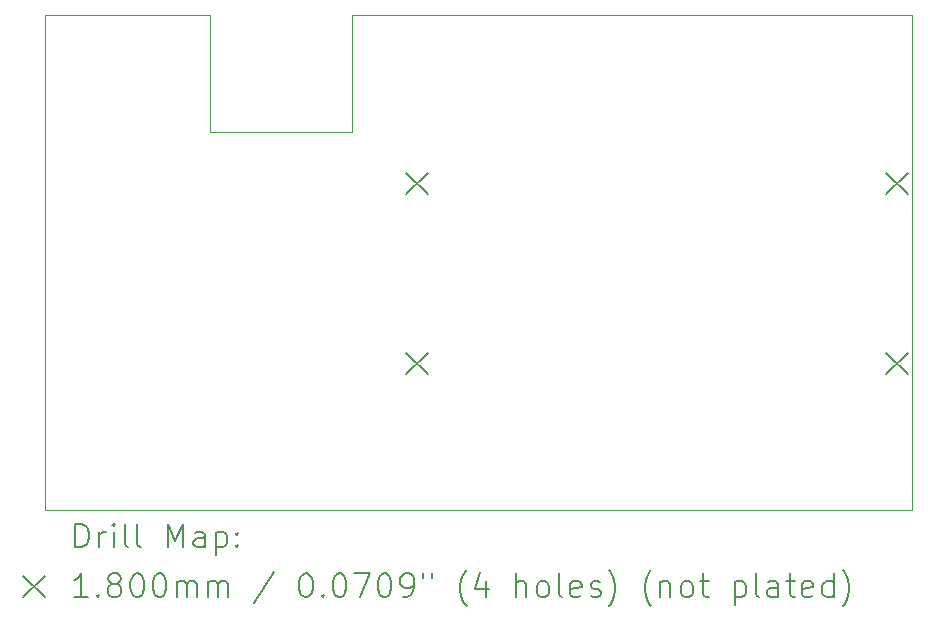
<source format=gbr>
%TF.GenerationSoftware,KiCad,Pcbnew,8.0.7*%
%TF.CreationDate,2025-03-12T01:10:02-04:00*%
%TF.ProjectId,combat-pcb,636f6d62-6174-42d7-9063-622e6b696361,rev?*%
%TF.SameCoordinates,Original*%
%TF.FileFunction,Drillmap*%
%TF.FilePolarity,Positive*%
%FSLAX45Y45*%
G04 Gerber Fmt 4.5, Leading zero omitted, Abs format (unit mm)*
G04 Created by KiCad (PCBNEW 8.0.7) date 2025-03-12 01:10:02*
%MOMM*%
%LPD*%
G01*
G04 APERTURE LIST*
%ADD10C,0.050000*%
%ADD11C,0.200000*%
%ADD12C,0.180000*%
G04 APERTURE END LIST*
D10*
X16738600Y-8102600D02*
X15532100Y-8102600D01*
X21475700Y-11303000D02*
X14135100Y-11303000D01*
X21475700Y-7112000D02*
X16738600Y-7112000D01*
X16738600Y-7112000D02*
X16738600Y-8102600D01*
X14135100Y-7112000D02*
X15532100Y-7112000D01*
X15532100Y-8102600D02*
X15532100Y-7112000D01*
X21475700Y-7112000D02*
X21475700Y-11303000D01*
X14135100Y-11303000D02*
X14135100Y-7112000D01*
D11*
D12*
X17194700Y-8444400D02*
X17374700Y-8624400D01*
X17374700Y-8444400D02*
X17194700Y-8624400D01*
X17194700Y-9968400D02*
X17374700Y-10148400D01*
X17374700Y-9968400D02*
X17194700Y-10148400D01*
X21258700Y-8444400D02*
X21438700Y-8624400D01*
X21438700Y-8444400D02*
X21258700Y-8624400D01*
X21258700Y-9968400D02*
X21438700Y-10148400D01*
X21438700Y-9968400D02*
X21258700Y-10148400D01*
D11*
X14393377Y-11616984D02*
X14393377Y-11416984D01*
X14393377Y-11416984D02*
X14440996Y-11416984D01*
X14440996Y-11416984D02*
X14469567Y-11426508D01*
X14469567Y-11426508D02*
X14488615Y-11445555D01*
X14488615Y-11445555D02*
X14498139Y-11464603D01*
X14498139Y-11464603D02*
X14507662Y-11502698D01*
X14507662Y-11502698D02*
X14507662Y-11531269D01*
X14507662Y-11531269D02*
X14498139Y-11569365D01*
X14498139Y-11569365D02*
X14488615Y-11588412D01*
X14488615Y-11588412D02*
X14469567Y-11607460D01*
X14469567Y-11607460D02*
X14440996Y-11616984D01*
X14440996Y-11616984D02*
X14393377Y-11616984D01*
X14593377Y-11616984D02*
X14593377Y-11483650D01*
X14593377Y-11521746D02*
X14602901Y-11502698D01*
X14602901Y-11502698D02*
X14612424Y-11493174D01*
X14612424Y-11493174D02*
X14631472Y-11483650D01*
X14631472Y-11483650D02*
X14650520Y-11483650D01*
X14717186Y-11616984D02*
X14717186Y-11483650D01*
X14717186Y-11416984D02*
X14707662Y-11426508D01*
X14707662Y-11426508D02*
X14717186Y-11436031D01*
X14717186Y-11436031D02*
X14726710Y-11426508D01*
X14726710Y-11426508D02*
X14717186Y-11416984D01*
X14717186Y-11416984D02*
X14717186Y-11436031D01*
X14840996Y-11616984D02*
X14821948Y-11607460D01*
X14821948Y-11607460D02*
X14812424Y-11588412D01*
X14812424Y-11588412D02*
X14812424Y-11416984D01*
X14945758Y-11616984D02*
X14926710Y-11607460D01*
X14926710Y-11607460D02*
X14917186Y-11588412D01*
X14917186Y-11588412D02*
X14917186Y-11416984D01*
X15174329Y-11616984D02*
X15174329Y-11416984D01*
X15174329Y-11416984D02*
X15240996Y-11559841D01*
X15240996Y-11559841D02*
X15307662Y-11416984D01*
X15307662Y-11416984D02*
X15307662Y-11616984D01*
X15488615Y-11616984D02*
X15488615Y-11512222D01*
X15488615Y-11512222D02*
X15479091Y-11493174D01*
X15479091Y-11493174D02*
X15460043Y-11483650D01*
X15460043Y-11483650D02*
X15421948Y-11483650D01*
X15421948Y-11483650D02*
X15402901Y-11493174D01*
X15488615Y-11607460D02*
X15469567Y-11616984D01*
X15469567Y-11616984D02*
X15421948Y-11616984D01*
X15421948Y-11616984D02*
X15402901Y-11607460D01*
X15402901Y-11607460D02*
X15393377Y-11588412D01*
X15393377Y-11588412D02*
X15393377Y-11569365D01*
X15393377Y-11569365D02*
X15402901Y-11550317D01*
X15402901Y-11550317D02*
X15421948Y-11540793D01*
X15421948Y-11540793D02*
X15469567Y-11540793D01*
X15469567Y-11540793D02*
X15488615Y-11531269D01*
X15583853Y-11483650D02*
X15583853Y-11683650D01*
X15583853Y-11493174D02*
X15602901Y-11483650D01*
X15602901Y-11483650D02*
X15640996Y-11483650D01*
X15640996Y-11483650D02*
X15660043Y-11493174D01*
X15660043Y-11493174D02*
X15669567Y-11502698D01*
X15669567Y-11502698D02*
X15679091Y-11521746D01*
X15679091Y-11521746D02*
X15679091Y-11578888D01*
X15679091Y-11578888D02*
X15669567Y-11597936D01*
X15669567Y-11597936D02*
X15660043Y-11607460D01*
X15660043Y-11607460D02*
X15640996Y-11616984D01*
X15640996Y-11616984D02*
X15602901Y-11616984D01*
X15602901Y-11616984D02*
X15583853Y-11607460D01*
X15764805Y-11597936D02*
X15774329Y-11607460D01*
X15774329Y-11607460D02*
X15764805Y-11616984D01*
X15764805Y-11616984D02*
X15755282Y-11607460D01*
X15755282Y-11607460D02*
X15764805Y-11597936D01*
X15764805Y-11597936D02*
X15764805Y-11616984D01*
X15764805Y-11493174D02*
X15774329Y-11502698D01*
X15774329Y-11502698D02*
X15764805Y-11512222D01*
X15764805Y-11512222D02*
X15755282Y-11502698D01*
X15755282Y-11502698D02*
X15764805Y-11493174D01*
X15764805Y-11493174D02*
X15764805Y-11512222D01*
D12*
X13952600Y-11855500D02*
X14132600Y-12035500D01*
X14132600Y-11855500D02*
X13952600Y-12035500D01*
D11*
X14498139Y-12036984D02*
X14383853Y-12036984D01*
X14440996Y-12036984D02*
X14440996Y-11836984D01*
X14440996Y-11836984D02*
X14421948Y-11865555D01*
X14421948Y-11865555D02*
X14402901Y-11884603D01*
X14402901Y-11884603D02*
X14383853Y-11894127D01*
X14583853Y-12017936D02*
X14593377Y-12027460D01*
X14593377Y-12027460D02*
X14583853Y-12036984D01*
X14583853Y-12036984D02*
X14574329Y-12027460D01*
X14574329Y-12027460D02*
X14583853Y-12017936D01*
X14583853Y-12017936D02*
X14583853Y-12036984D01*
X14707662Y-11922698D02*
X14688615Y-11913174D01*
X14688615Y-11913174D02*
X14679091Y-11903650D01*
X14679091Y-11903650D02*
X14669567Y-11884603D01*
X14669567Y-11884603D02*
X14669567Y-11875079D01*
X14669567Y-11875079D02*
X14679091Y-11856031D01*
X14679091Y-11856031D02*
X14688615Y-11846508D01*
X14688615Y-11846508D02*
X14707662Y-11836984D01*
X14707662Y-11836984D02*
X14745758Y-11836984D01*
X14745758Y-11836984D02*
X14764805Y-11846508D01*
X14764805Y-11846508D02*
X14774329Y-11856031D01*
X14774329Y-11856031D02*
X14783853Y-11875079D01*
X14783853Y-11875079D02*
X14783853Y-11884603D01*
X14783853Y-11884603D02*
X14774329Y-11903650D01*
X14774329Y-11903650D02*
X14764805Y-11913174D01*
X14764805Y-11913174D02*
X14745758Y-11922698D01*
X14745758Y-11922698D02*
X14707662Y-11922698D01*
X14707662Y-11922698D02*
X14688615Y-11932222D01*
X14688615Y-11932222D02*
X14679091Y-11941746D01*
X14679091Y-11941746D02*
X14669567Y-11960793D01*
X14669567Y-11960793D02*
X14669567Y-11998888D01*
X14669567Y-11998888D02*
X14679091Y-12017936D01*
X14679091Y-12017936D02*
X14688615Y-12027460D01*
X14688615Y-12027460D02*
X14707662Y-12036984D01*
X14707662Y-12036984D02*
X14745758Y-12036984D01*
X14745758Y-12036984D02*
X14764805Y-12027460D01*
X14764805Y-12027460D02*
X14774329Y-12017936D01*
X14774329Y-12017936D02*
X14783853Y-11998888D01*
X14783853Y-11998888D02*
X14783853Y-11960793D01*
X14783853Y-11960793D02*
X14774329Y-11941746D01*
X14774329Y-11941746D02*
X14764805Y-11932222D01*
X14764805Y-11932222D02*
X14745758Y-11922698D01*
X14907662Y-11836984D02*
X14926710Y-11836984D01*
X14926710Y-11836984D02*
X14945758Y-11846508D01*
X14945758Y-11846508D02*
X14955282Y-11856031D01*
X14955282Y-11856031D02*
X14964805Y-11875079D01*
X14964805Y-11875079D02*
X14974329Y-11913174D01*
X14974329Y-11913174D02*
X14974329Y-11960793D01*
X14974329Y-11960793D02*
X14964805Y-11998888D01*
X14964805Y-11998888D02*
X14955282Y-12017936D01*
X14955282Y-12017936D02*
X14945758Y-12027460D01*
X14945758Y-12027460D02*
X14926710Y-12036984D01*
X14926710Y-12036984D02*
X14907662Y-12036984D01*
X14907662Y-12036984D02*
X14888615Y-12027460D01*
X14888615Y-12027460D02*
X14879091Y-12017936D01*
X14879091Y-12017936D02*
X14869567Y-11998888D01*
X14869567Y-11998888D02*
X14860043Y-11960793D01*
X14860043Y-11960793D02*
X14860043Y-11913174D01*
X14860043Y-11913174D02*
X14869567Y-11875079D01*
X14869567Y-11875079D02*
X14879091Y-11856031D01*
X14879091Y-11856031D02*
X14888615Y-11846508D01*
X14888615Y-11846508D02*
X14907662Y-11836984D01*
X15098139Y-11836984D02*
X15117186Y-11836984D01*
X15117186Y-11836984D02*
X15136234Y-11846508D01*
X15136234Y-11846508D02*
X15145758Y-11856031D01*
X15145758Y-11856031D02*
X15155282Y-11875079D01*
X15155282Y-11875079D02*
X15164805Y-11913174D01*
X15164805Y-11913174D02*
X15164805Y-11960793D01*
X15164805Y-11960793D02*
X15155282Y-11998888D01*
X15155282Y-11998888D02*
X15145758Y-12017936D01*
X15145758Y-12017936D02*
X15136234Y-12027460D01*
X15136234Y-12027460D02*
X15117186Y-12036984D01*
X15117186Y-12036984D02*
X15098139Y-12036984D01*
X15098139Y-12036984D02*
X15079091Y-12027460D01*
X15079091Y-12027460D02*
X15069567Y-12017936D01*
X15069567Y-12017936D02*
X15060043Y-11998888D01*
X15060043Y-11998888D02*
X15050520Y-11960793D01*
X15050520Y-11960793D02*
X15050520Y-11913174D01*
X15050520Y-11913174D02*
X15060043Y-11875079D01*
X15060043Y-11875079D02*
X15069567Y-11856031D01*
X15069567Y-11856031D02*
X15079091Y-11846508D01*
X15079091Y-11846508D02*
X15098139Y-11836984D01*
X15250520Y-12036984D02*
X15250520Y-11903650D01*
X15250520Y-11922698D02*
X15260043Y-11913174D01*
X15260043Y-11913174D02*
X15279091Y-11903650D01*
X15279091Y-11903650D02*
X15307663Y-11903650D01*
X15307663Y-11903650D02*
X15326710Y-11913174D01*
X15326710Y-11913174D02*
X15336234Y-11932222D01*
X15336234Y-11932222D02*
X15336234Y-12036984D01*
X15336234Y-11932222D02*
X15345758Y-11913174D01*
X15345758Y-11913174D02*
X15364805Y-11903650D01*
X15364805Y-11903650D02*
X15393377Y-11903650D01*
X15393377Y-11903650D02*
X15412424Y-11913174D01*
X15412424Y-11913174D02*
X15421948Y-11932222D01*
X15421948Y-11932222D02*
X15421948Y-12036984D01*
X15517186Y-12036984D02*
X15517186Y-11903650D01*
X15517186Y-11922698D02*
X15526710Y-11913174D01*
X15526710Y-11913174D02*
X15545758Y-11903650D01*
X15545758Y-11903650D02*
X15574329Y-11903650D01*
X15574329Y-11903650D02*
X15593377Y-11913174D01*
X15593377Y-11913174D02*
X15602901Y-11932222D01*
X15602901Y-11932222D02*
X15602901Y-12036984D01*
X15602901Y-11932222D02*
X15612424Y-11913174D01*
X15612424Y-11913174D02*
X15631472Y-11903650D01*
X15631472Y-11903650D02*
X15660043Y-11903650D01*
X15660043Y-11903650D02*
X15679091Y-11913174D01*
X15679091Y-11913174D02*
X15688615Y-11932222D01*
X15688615Y-11932222D02*
X15688615Y-12036984D01*
X16079091Y-11827460D02*
X15907663Y-12084603D01*
X16336234Y-11836984D02*
X16355282Y-11836984D01*
X16355282Y-11836984D02*
X16374329Y-11846508D01*
X16374329Y-11846508D02*
X16383853Y-11856031D01*
X16383853Y-11856031D02*
X16393377Y-11875079D01*
X16393377Y-11875079D02*
X16402901Y-11913174D01*
X16402901Y-11913174D02*
X16402901Y-11960793D01*
X16402901Y-11960793D02*
X16393377Y-11998888D01*
X16393377Y-11998888D02*
X16383853Y-12017936D01*
X16383853Y-12017936D02*
X16374329Y-12027460D01*
X16374329Y-12027460D02*
X16355282Y-12036984D01*
X16355282Y-12036984D02*
X16336234Y-12036984D01*
X16336234Y-12036984D02*
X16317186Y-12027460D01*
X16317186Y-12027460D02*
X16307663Y-12017936D01*
X16307663Y-12017936D02*
X16298139Y-11998888D01*
X16298139Y-11998888D02*
X16288615Y-11960793D01*
X16288615Y-11960793D02*
X16288615Y-11913174D01*
X16288615Y-11913174D02*
X16298139Y-11875079D01*
X16298139Y-11875079D02*
X16307663Y-11856031D01*
X16307663Y-11856031D02*
X16317186Y-11846508D01*
X16317186Y-11846508D02*
X16336234Y-11836984D01*
X16488615Y-12017936D02*
X16498139Y-12027460D01*
X16498139Y-12027460D02*
X16488615Y-12036984D01*
X16488615Y-12036984D02*
X16479091Y-12027460D01*
X16479091Y-12027460D02*
X16488615Y-12017936D01*
X16488615Y-12017936D02*
X16488615Y-12036984D01*
X16621948Y-11836984D02*
X16640996Y-11836984D01*
X16640996Y-11836984D02*
X16660044Y-11846508D01*
X16660044Y-11846508D02*
X16669567Y-11856031D01*
X16669567Y-11856031D02*
X16679091Y-11875079D01*
X16679091Y-11875079D02*
X16688615Y-11913174D01*
X16688615Y-11913174D02*
X16688615Y-11960793D01*
X16688615Y-11960793D02*
X16679091Y-11998888D01*
X16679091Y-11998888D02*
X16669567Y-12017936D01*
X16669567Y-12017936D02*
X16660044Y-12027460D01*
X16660044Y-12027460D02*
X16640996Y-12036984D01*
X16640996Y-12036984D02*
X16621948Y-12036984D01*
X16621948Y-12036984D02*
X16602901Y-12027460D01*
X16602901Y-12027460D02*
X16593377Y-12017936D01*
X16593377Y-12017936D02*
X16583853Y-11998888D01*
X16583853Y-11998888D02*
X16574329Y-11960793D01*
X16574329Y-11960793D02*
X16574329Y-11913174D01*
X16574329Y-11913174D02*
X16583853Y-11875079D01*
X16583853Y-11875079D02*
X16593377Y-11856031D01*
X16593377Y-11856031D02*
X16602901Y-11846508D01*
X16602901Y-11846508D02*
X16621948Y-11836984D01*
X16755282Y-11836984D02*
X16888615Y-11836984D01*
X16888615Y-11836984D02*
X16802901Y-12036984D01*
X17002901Y-11836984D02*
X17021949Y-11836984D01*
X17021949Y-11836984D02*
X17040996Y-11846508D01*
X17040996Y-11846508D02*
X17050520Y-11856031D01*
X17050520Y-11856031D02*
X17060044Y-11875079D01*
X17060044Y-11875079D02*
X17069568Y-11913174D01*
X17069568Y-11913174D02*
X17069568Y-11960793D01*
X17069568Y-11960793D02*
X17060044Y-11998888D01*
X17060044Y-11998888D02*
X17050520Y-12017936D01*
X17050520Y-12017936D02*
X17040996Y-12027460D01*
X17040996Y-12027460D02*
X17021949Y-12036984D01*
X17021949Y-12036984D02*
X17002901Y-12036984D01*
X17002901Y-12036984D02*
X16983853Y-12027460D01*
X16983853Y-12027460D02*
X16974329Y-12017936D01*
X16974329Y-12017936D02*
X16964806Y-11998888D01*
X16964806Y-11998888D02*
X16955282Y-11960793D01*
X16955282Y-11960793D02*
X16955282Y-11913174D01*
X16955282Y-11913174D02*
X16964806Y-11875079D01*
X16964806Y-11875079D02*
X16974329Y-11856031D01*
X16974329Y-11856031D02*
X16983853Y-11846508D01*
X16983853Y-11846508D02*
X17002901Y-11836984D01*
X17164806Y-12036984D02*
X17202901Y-12036984D01*
X17202901Y-12036984D02*
X17221949Y-12027460D01*
X17221949Y-12027460D02*
X17231472Y-12017936D01*
X17231472Y-12017936D02*
X17250520Y-11989365D01*
X17250520Y-11989365D02*
X17260044Y-11951269D01*
X17260044Y-11951269D02*
X17260044Y-11875079D01*
X17260044Y-11875079D02*
X17250520Y-11856031D01*
X17250520Y-11856031D02*
X17240996Y-11846508D01*
X17240996Y-11846508D02*
X17221949Y-11836984D01*
X17221949Y-11836984D02*
X17183853Y-11836984D01*
X17183853Y-11836984D02*
X17164806Y-11846508D01*
X17164806Y-11846508D02*
X17155282Y-11856031D01*
X17155282Y-11856031D02*
X17145758Y-11875079D01*
X17145758Y-11875079D02*
X17145758Y-11922698D01*
X17145758Y-11922698D02*
X17155282Y-11941746D01*
X17155282Y-11941746D02*
X17164806Y-11951269D01*
X17164806Y-11951269D02*
X17183853Y-11960793D01*
X17183853Y-11960793D02*
X17221949Y-11960793D01*
X17221949Y-11960793D02*
X17240996Y-11951269D01*
X17240996Y-11951269D02*
X17250520Y-11941746D01*
X17250520Y-11941746D02*
X17260044Y-11922698D01*
X17336234Y-11836984D02*
X17336234Y-11875079D01*
X17412425Y-11836984D02*
X17412425Y-11875079D01*
X17707663Y-12113174D02*
X17698139Y-12103650D01*
X17698139Y-12103650D02*
X17679091Y-12075079D01*
X17679091Y-12075079D02*
X17669568Y-12056031D01*
X17669568Y-12056031D02*
X17660044Y-12027460D01*
X17660044Y-12027460D02*
X17650520Y-11979841D01*
X17650520Y-11979841D02*
X17650520Y-11941746D01*
X17650520Y-11941746D02*
X17660044Y-11894127D01*
X17660044Y-11894127D02*
X17669568Y-11865555D01*
X17669568Y-11865555D02*
X17679091Y-11846508D01*
X17679091Y-11846508D02*
X17698139Y-11817936D01*
X17698139Y-11817936D02*
X17707663Y-11808412D01*
X17869568Y-11903650D02*
X17869568Y-12036984D01*
X17821949Y-11827460D02*
X17774330Y-11970317D01*
X17774330Y-11970317D02*
X17898139Y-11970317D01*
X18126711Y-12036984D02*
X18126711Y-11836984D01*
X18212425Y-12036984D02*
X18212425Y-11932222D01*
X18212425Y-11932222D02*
X18202901Y-11913174D01*
X18202901Y-11913174D02*
X18183853Y-11903650D01*
X18183853Y-11903650D02*
X18155282Y-11903650D01*
X18155282Y-11903650D02*
X18136234Y-11913174D01*
X18136234Y-11913174D02*
X18126711Y-11922698D01*
X18336234Y-12036984D02*
X18317187Y-12027460D01*
X18317187Y-12027460D02*
X18307663Y-12017936D01*
X18307663Y-12017936D02*
X18298139Y-11998888D01*
X18298139Y-11998888D02*
X18298139Y-11941746D01*
X18298139Y-11941746D02*
X18307663Y-11922698D01*
X18307663Y-11922698D02*
X18317187Y-11913174D01*
X18317187Y-11913174D02*
X18336234Y-11903650D01*
X18336234Y-11903650D02*
X18364806Y-11903650D01*
X18364806Y-11903650D02*
X18383853Y-11913174D01*
X18383853Y-11913174D02*
X18393377Y-11922698D01*
X18393377Y-11922698D02*
X18402901Y-11941746D01*
X18402901Y-11941746D02*
X18402901Y-11998888D01*
X18402901Y-11998888D02*
X18393377Y-12017936D01*
X18393377Y-12017936D02*
X18383853Y-12027460D01*
X18383853Y-12027460D02*
X18364806Y-12036984D01*
X18364806Y-12036984D02*
X18336234Y-12036984D01*
X18517187Y-12036984D02*
X18498139Y-12027460D01*
X18498139Y-12027460D02*
X18488615Y-12008412D01*
X18488615Y-12008412D02*
X18488615Y-11836984D01*
X18669568Y-12027460D02*
X18650520Y-12036984D01*
X18650520Y-12036984D02*
X18612425Y-12036984D01*
X18612425Y-12036984D02*
X18593377Y-12027460D01*
X18593377Y-12027460D02*
X18583853Y-12008412D01*
X18583853Y-12008412D02*
X18583853Y-11932222D01*
X18583853Y-11932222D02*
X18593377Y-11913174D01*
X18593377Y-11913174D02*
X18612425Y-11903650D01*
X18612425Y-11903650D02*
X18650520Y-11903650D01*
X18650520Y-11903650D02*
X18669568Y-11913174D01*
X18669568Y-11913174D02*
X18679092Y-11932222D01*
X18679092Y-11932222D02*
X18679092Y-11951269D01*
X18679092Y-11951269D02*
X18583853Y-11970317D01*
X18755282Y-12027460D02*
X18774330Y-12036984D01*
X18774330Y-12036984D02*
X18812425Y-12036984D01*
X18812425Y-12036984D02*
X18831473Y-12027460D01*
X18831473Y-12027460D02*
X18840996Y-12008412D01*
X18840996Y-12008412D02*
X18840996Y-11998888D01*
X18840996Y-11998888D02*
X18831473Y-11979841D01*
X18831473Y-11979841D02*
X18812425Y-11970317D01*
X18812425Y-11970317D02*
X18783853Y-11970317D01*
X18783853Y-11970317D02*
X18764806Y-11960793D01*
X18764806Y-11960793D02*
X18755282Y-11941746D01*
X18755282Y-11941746D02*
X18755282Y-11932222D01*
X18755282Y-11932222D02*
X18764806Y-11913174D01*
X18764806Y-11913174D02*
X18783853Y-11903650D01*
X18783853Y-11903650D02*
X18812425Y-11903650D01*
X18812425Y-11903650D02*
X18831473Y-11913174D01*
X18907663Y-12113174D02*
X18917187Y-12103650D01*
X18917187Y-12103650D02*
X18936234Y-12075079D01*
X18936234Y-12075079D02*
X18945758Y-12056031D01*
X18945758Y-12056031D02*
X18955282Y-12027460D01*
X18955282Y-12027460D02*
X18964806Y-11979841D01*
X18964806Y-11979841D02*
X18964806Y-11941746D01*
X18964806Y-11941746D02*
X18955282Y-11894127D01*
X18955282Y-11894127D02*
X18945758Y-11865555D01*
X18945758Y-11865555D02*
X18936234Y-11846508D01*
X18936234Y-11846508D02*
X18917187Y-11817936D01*
X18917187Y-11817936D02*
X18907663Y-11808412D01*
X19269568Y-12113174D02*
X19260044Y-12103650D01*
X19260044Y-12103650D02*
X19240996Y-12075079D01*
X19240996Y-12075079D02*
X19231473Y-12056031D01*
X19231473Y-12056031D02*
X19221949Y-12027460D01*
X19221949Y-12027460D02*
X19212425Y-11979841D01*
X19212425Y-11979841D02*
X19212425Y-11941746D01*
X19212425Y-11941746D02*
X19221949Y-11894127D01*
X19221949Y-11894127D02*
X19231473Y-11865555D01*
X19231473Y-11865555D02*
X19240996Y-11846508D01*
X19240996Y-11846508D02*
X19260044Y-11817936D01*
X19260044Y-11817936D02*
X19269568Y-11808412D01*
X19345758Y-11903650D02*
X19345758Y-12036984D01*
X19345758Y-11922698D02*
X19355282Y-11913174D01*
X19355282Y-11913174D02*
X19374330Y-11903650D01*
X19374330Y-11903650D02*
X19402901Y-11903650D01*
X19402901Y-11903650D02*
X19421949Y-11913174D01*
X19421949Y-11913174D02*
X19431473Y-11932222D01*
X19431473Y-11932222D02*
X19431473Y-12036984D01*
X19555282Y-12036984D02*
X19536234Y-12027460D01*
X19536234Y-12027460D02*
X19526711Y-12017936D01*
X19526711Y-12017936D02*
X19517187Y-11998888D01*
X19517187Y-11998888D02*
X19517187Y-11941746D01*
X19517187Y-11941746D02*
X19526711Y-11922698D01*
X19526711Y-11922698D02*
X19536234Y-11913174D01*
X19536234Y-11913174D02*
X19555282Y-11903650D01*
X19555282Y-11903650D02*
X19583854Y-11903650D01*
X19583854Y-11903650D02*
X19602901Y-11913174D01*
X19602901Y-11913174D02*
X19612425Y-11922698D01*
X19612425Y-11922698D02*
X19621949Y-11941746D01*
X19621949Y-11941746D02*
X19621949Y-11998888D01*
X19621949Y-11998888D02*
X19612425Y-12017936D01*
X19612425Y-12017936D02*
X19602901Y-12027460D01*
X19602901Y-12027460D02*
X19583854Y-12036984D01*
X19583854Y-12036984D02*
X19555282Y-12036984D01*
X19679092Y-11903650D02*
X19755282Y-11903650D01*
X19707663Y-11836984D02*
X19707663Y-12008412D01*
X19707663Y-12008412D02*
X19717187Y-12027460D01*
X19717187Y-12027460D02*
X19736234Y-12036984D01*
X19736234Y-12036984D02*
X19755282Y-12036984D01*
X19974330Y-11903650D02*
X19974330Y-12103650D01*
X19974330Y-11913174D02*
X19993377Y-11903650D01*
X19993377Y-11903650D02*
X20031473Y-11903650D01*
X20031473Y-11903650D02*
X20050520Y-11913174D01*
X20050520Y-11913174D02*
X20060044Y-11922698D01*
X20060044Y-11922698D02*
X20069568Y-11941746D01*
X20069568Y-11941746D02*
X20069568Y-11998888D01*
X20069568Y-11998888D02*
X20060044Y-12017936D01*
X20060044Y-12017936D02*
X20050520Y-12027460D01*
X20050520Y-12027460D02*
X20031473Y-12036984D01*
X20031473Y-12036984D02*
X19993377Y-12036984D01*
X19993377Y-12036984D02*
X19974330Y-12027460D01*
X20183854Y-12036984D02*
X20164806Y-12027460D01*
X20164806Y-12027460D02*
X20155282Y-12008412D01*
X20155282Y-12008412D02*
X20155282Y-11836984D01*
X20345758Y-12036984D02*
X20345758Y-11932222D01*
X20345758Y-11932222D02*
X20336235Y-11913174D01*
X20336235Y-11913174D02*
X20317187Y-11903650D01*
X20317187Y-11903650D02*
X20279092Y-11903650D01*
X20279092Y-11903650D02*
X20260044Y-11913174D01*
X20345758Y-12027460D02*
X20326711Y-12036984D01*
X20326711Y-12036984D02*
X20279092Y-12036984D01*
X20279092Y-12036984D02*
X20260044Y-12027460D01*
X20260044Y-12027460D02*
X20250520Y-12008412D01*
X20250520Y-12008412D02*
X20250520Y-11989365D01*
X20250520Y-11989365D02*
X20260044Y-11970317D01*
X20260044Y-11970317D02*
X20279092Y-11960793D01*
X20279092Y-11960793D02*
X20326711Y-11960793D01*
X20326711Y-11960793D02*
X20345758Y-11951269D01*
X20412425Y-11903650D02*
X20488615Y-11903650D01*
X20440996Y-11836984D02*
X20440996Y-12008412D01*
X20440996Y-12008412D02*
X20450520Y-12027460D01*
X20450520Y-12027460D02*
X20469568Y-12036984D01*
X20469568Y-12036984D02*
X20488615Y-12036984D01*
X20631473Y-12027460D02*
X20612425Y-12036984D01*
X20612425Y-12036984D02*
X20574330Y-12036984D01*
X20574330Y-12036984D02*
X20555282Y-12027460D01*
X20555282Y-12027460D02*
X20545758Y-12008412D01*
X20545758Y-12008412D02*
X20545758Y-11932222D01*
X20545758Y-11932222D02*
X20555282Y-11913174D01*
X20555282Y-11913174D02*
X20574330Y-11903650D01*
X20574330Y-11903650D02*
X20612425Y-11903650D01*
X20612425Y-11903650D02*
X20631473Y-11913174D01*
X20631473Y-11913174D02*
X20640996Y-11932222D01*
X20640996Y-11932222D02*
X20640996Y-11951269D01*
X20640996Y-11951269D02*
X20545758Y-11970317D01*
X20812425Y-12036984D02*
X20812425Y-11836984D01*
X20812425Y-12027460D02*
X20793377Y-12036984D01*
X20793377Y-12036984D02*
X20755282Y-12036984D01*
X20755282Y-12036984D02*
X20736235Y-12027460D01*
X20736235Y-12027460D02*
X20726711Y-12017936D01*
X20726711Y-12017936D02*
X20717187Y-11998888D01*
X20717187Y-11998888D02*
X20717187Y-11941746D01*
X20717187Y-11941746D02*
X20726711Y-11922698D01*
X20726711Y-11922698D02*
X20736235Y-11913174D01*
X20736235Y-11913174D02*
X20755282Y-11903650D01*
X20755282Y-11903650D02*
X20793377Y-11903650D01*
X20793377Y-11903650D02*
X20812425Y-11913174D01*
X20888616Y-12113174D02*
X20898139Y-12103650D01*
X20898139Y-12103650D02*
X20917187Y-12075079D01*
X20917187Y-12075079D02*
X20926711Y-12056031D01*
X20926711Y-12056031D02*
X20936235Y-12027460D01*
X20936235Y-12027460D02*
X20945758Y-11979841D01*
X20945758Y-11979841D02*
X20945758Y-11941746D01*
X20945758Y-11941746D02*
X20936235Y-11894127D01*
X20936235Y-11894127D02*
X20926711Y-11865555D01*
X20926711Y-11865555D02*
X20917187Y-11846508D01*
X20917187Y-11846508D02*
X20898139Y-11817936D01*
X20898139Y-11817936D02*
X20888616Y-11808412D01*
M02*

</source>
